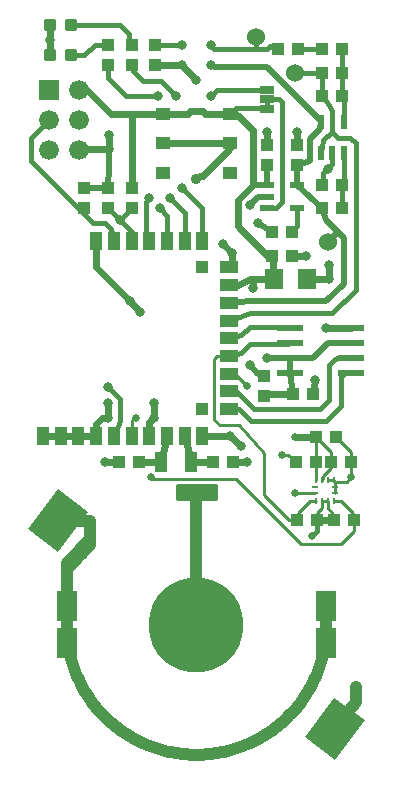
<source format=gbr>
G75*
%MOIN*%
%OFA0B0*%
%FSLAX25Y25*%
%IPPOS*%
%LPD*%
%AMOC8*
5,1,8,0,0,1.08239X$1,22.5*
%
%ADD10C,0.01181*%
%ADD11R,0.04331X0.03937*%
%ADD12R,0.07000X0.10000*%
%ADD13C,0.31496*%
%ADD14R,0.06299X0.07087*%
%ADD15R,0.03937X0.04331*%
%ADD16R,0.04724X0.02165*%
%ADD17R,0.04331X0.06693*%
%ADD18R,0.05000X0.02500*%
%ADD19C,0.01600*%
%ADD20R,0.03937X0.05906*%
%ADD21R,0.05906X0.03937*%
%ADD22R,0.03937X0.03937*%
%ADD23R,0.02165X0.04724*%
%ADD24C,0.03150*%
%ADD25R,0.06600X0.06600*%
%ADD26C,0.06600*%
%ADD27C,0.06000*%
%ADD28R,0.12598X0.16535*%
%ADD29R,0.08661X0.02362*%
%ADD30R,0.04528X0.03937*%
%ADD31R,0.00984X0.01969*%
%ADD32R,0.01969X0.00984*%
%ADD33C,0.04000*%
%ADD34C,0.03169*%
%ADD35C,0.02400*%
%ADD36C,0.02000*%
%ADD37C,0.01000*%
%ADD38C,0.02578*%
%ADD39C,0.03562*%
D10*
X0011705Y0239567D02*
X0011705Y0236811D01*
X0008949Y0236811D01*
X0008949Y0239567D01*
X0011705Y0239567D01*
X0011705Y0237991D02*
X0008949Y0237991D01*
X0008949Y0239171D02*
X0011705Y0239171D01*
X0018610Y0239567D02*
X0018610Y0236811D01*
X0015854Y0236811D01*
X0015854Y0239567D01*
X0018610Y0239567D01*
X0018610Y0237991D02*
X0015854Y0237991D01*
X0015854Y0239171D02*
X0018610Y0239171D01*
X0011705Y0249409D02*
X0011705Y0246653D01*
X0008949Y0246653D01*
X0008949Y0249409D01*
X0011705Y0249409D01*
X0011705Y0247833D02*
X0008949Y0247833D01*
X0008949Y0249013D02*
X0011705Y0249013D01*
X0018610Y0249409D02*
X0018610Y0246653D01*
X0015854Y0246653D01*
X0015854Y0249409D01*
X0018610Y0249409D01*
X0018610Y0247833D02*
X0015854Y0247833D01*
X0015854Y0249013D02*
X0018610Y0249013D01*
D11*
X0029528Y0241535D03*
X0029528Y0234843D03*
X0037402Y0241535D03*
X0037402Y0234843D03*
X0107677Y0232283D03*
X0100984Y0232283D03*
X0091142Y0125000D03*
X0097835Y0125000D03*
X0039764Y0102362D03*
X0033071Y0102362D03*
X0064567Y0102362D03*
X0071260Y0102362D03*
X0084252Y0179134D03*
X0090945Y0179134D03*
X0086220Y0240157D03*
X0092913Y0240157D03*
X0021654Y0187106D03*
X0021654Y0193799D03*
X0084252Y0171260D03*
X0090945Y0171260D03*
X0037402Y0187106D03*
X0037402Y0193799D03*
X0103937Y0102362D03*
X0110630Y0102362D03*
X0099016Y0110728D03*
X0105709Y0110728D03*
X0098819Y0102362D03*
X0092126Y0102362D03*
D12*
X0015748Y0054331D03*
X0102362Y0054331D03*
X0015748Y0042126D03*
X0102362Y0042126D03*
D13*
X0059055Y0048228D03*
D14*
X0085039Y0163386D03*
X0096063Y0163386D03*
D15*
X0082677Y0201378D03*
X0082677Y0208071D03*
X0092520Y0201378D03*
X0092520Y0208071D03*
X0100984Y0187008D03*
X0107677Y0187008D03*
X0045276Y0234843D03*
X0045276Y0241535D03*
X0100984Y0194882D03*
X0107677Y0194882D03*
X0107677Y0240157D03*
X0100984Y0240157D03*
X0107677Y0224409D03*
X0100984Y0224409D03*
X0029528Y0193799D03*
X0029528Y0187106D03*
X0081693Y0124606D03*
X0081693Y0131299D03*
X0104921Y0083169D03*
X0111614Y0083169D03*
X0099311Y0083169D03*
X0092618Y0083169D03*
D16*
X0082480Y0194685D03*
X0082480Y0190945D03*
X0082480Y0187205D03*
X0092717Y0187205D03*
X0092717Y0194685D03*
D17*
X0057087Y0102362D03*
X0047244Y0102362D03*
D18*
X0082677Y0226625D03*
X0082677Y0223425D03*
X0082677Y0220225D03*
D19*
X0082677Y0220925D02*
X0082677Y0223425D01*
X0052791Y0094608D02*
X0065319Y0094608D01*
X0065319Y0090432D01*
X0052791Y0090432D01*
X0052791Y0094608D01*
X0052791Y0091115D02*
X0065319Y0091115D01*
X0065319Y0092714D02*
X0052791Y0092714D01*
X0052791Y0094312D02*
X0065319Y0094312D01*
X0069882Y0167323D02*
X0070866Y0169291D01*
X0104331Y0205512D02*
X0104331Y0201772D01*
X0102854Y0200295D01*
X0101378Y0198819D01*
X0101378Y0196850D01*
X0100984Y0194882D01*
X0082677Y0220225D02*
X0080709Y0220472D01*
X0070177Y0218504D02*
X0072146Y0220472D01*
X0080709Y0220472D01*
X0099311Y0083169D02*
X0099311Y0079626D01*
X0097441Y0077756D01*
X0069882Y0137795D02*
X0073819Y0138780D01*
X0076772Y0141732D01*
X0090157Y0142264D02*
X0089626Y0141732D01*
X0076772Y0141732D01*
X0100984Y0224409D02*
X0100984Y0232283D01*
X0069882Y0149606D02*
X0076772Y0152067D01*
X0104331Y0152067D01*
X0112205Y0159941D01*
X0112205Y0208661D01*
X0100984Y0224409D02*
X0103346Y0221457D01*
X0104331Y0219488D01*
X0104331Y0212598D01*
X0101378Y0209646D01*
X0100591Y0205512D01*
X0112205Y0208661D02*
X0110236Y0210630D01*
X0106299Y0210630D01*
X0104331Y0212598D01*
X0100984Y0232283D02*
X0092028Y0232283D01*
X0037402Y0241535D02*
X0036417Y0243602D01*
X0036417Y0245079D01*
X0033465Y0248031D01*
X0017232Y0248031D01*
X0017232Y0238189D02*
X0021654Y0238189D01*
X0025098Y0241634D01*
X0027067Y0241634D01*
X0029528Y0241535D01*
X0087598Y0222441D02*
X0087598Y0188976D01*
X0082480Y0187205D02*
X0085630Y0187008D01*
X0087598Y0188976D01*
X0087598Y0222441D02*
X0086614Y0223425D01*
X0082677Y0223425D01*
X0029528Y0127461D02*
X0033465Y0123524D01*
X0063976Y0224409D02*
X0065945Y0226378D01*
X0079724Y0226378D01*
X0082677Y0226625D01*
X0033465Y0123524D02*
X0033465Y0116142D01*
X0031496Y0111220D01*
X0069882Y0143701D02*
X0073819Y0144685D01*
X0076772Y0147638D01*
X0084646Y0147638D01*
X0085630Y0147638D01*
X0084646Y0147638D02*
X0089783Y0147638D01*
X0090157Y0147264D01*
X0072343Y0125984D02*
X0078248Y0120079D01*
X0103346Y0123031D02*
X0103346Y0134843D01*
X0104577Y0136073D01*
X0105315Y0136811D01*
X0103346Y0123031D02*
X0100394Y0120079D01*
X0078248Y0120079D01*
X0072343Y0125984D02*
X0069882Y0125984D01*
X0104577Y0136073D02*
X0105768Y0137264D01*
X0110630Y0137264D01*
X0046752Y0187008D02*
X0049213Y0184547D01*
X0049213Y0176181D01*
X0009764Y0216535D02*
X0003937Y0210630D01*
X0003937Y0202756D01*
X0030512Y0180118D02*
X0031496Y0176181D01*
X0003937Y0202756D02*
X0019685Y0187008D01*
X0021654Y0187106D01*
X0024606Y0182087D02*
X0028543Y0182087D01*
X0030512Y0180118D01*
X0021654Y0187106D02*
X0021161Y0185531D01*
X0024606Y0182087D01*
X0043307Y0190453D02*
X0042323Y0188976D01*
X0042323Y0177657D01*
X0043307Y0176181D01*
X0033465Y0183071D02*
X0037402Y0179134D01*
X0037402Y0176181D01*
X0037402Y0187106D02*
X0033465Y0183071D01*
X0029528Y0187106D01*
X0092717Y0187205D02*
X0092520Y0186024D01*
X0092520Y0181102D01*
X0090945Y0179134D01*
X0054213Y0241535D02*
X0045276Y0241535D01*
X0108071Y0205512D02*
X0108268Y0202756D01*
X0108268Y0196850D01*
X0107677Y0194882D01*
X0107677Y0187008D01*
X0063898Y0241535D02*
X0064961Y0240157D01*
X0078740Y0240157D01*
X0082677Y0240157D01*
X0083661Y0241142D01*
X0086220Y0240157D01*
X0078740Y0240157D02*
X0078740Y0244094D01*
X0092913Y0240157D02*
X0100984Y0240157D01*
X0107677Y0240157D02*
X0107677Y0232283D01*
X0107677Y0224409D01*
X0108071Y0215748D02*
X0108268Y0216535D01*
X0108268Y0222441D01*
X0107677Y0224409D01*
X0055118Y0176181D02*
X0055118Y0185531D01*
X0050197Y0190453D01*
X0046260Y0224409D02*
X0035433Y0224409D01*
X0029528Y0230315D01*
X0029528Y0234843D01*
X0041339Y0229331D02*
X0047244Y0229331D01*
X0052165Y0224409D01*
X0061024Y0176181D02*
X0061024Y0187008D01*
X0054134Y0193898D01*
X0041339Y0229331D02*
X0037894Y0232776D01*
X0037402Y0234843D01*
X0073327Y0120079D02*
X0077264Y0116142D01*
X0107283Y0130906D02*
X0107283Y0121063D01*
X0102362Y0116142D01*
X0077264Y0116142D01*
X0073327Y0120079D02*
X0069882Y0120079D01*
X0110630Y0132264D02*
X0108642Y0132264D01*
X0107283Y0130906D01*
D20*
X0007874Y0111220D03*
X0013780Y0111220D03*
X0019685Y0111220D03*
X0025591Y0111220D03*
X0031496Y0111220D03*
X0037402Y0111220D03*
X0043307Y0111220D03*
X0049213Y0111220D03*
X0055118Y0111220D03*
X0061024Y0111220D03*
X0061024Y0176181D03*
X0055118Y0176181D03*
X0049213Y0176181D03*
X0043307Y0176181D03*
X0037402Y0176181D03*
X0031496Y0176181D03*
X0025591Y0176181D03*
D21*
X0069882Y0120079D03*
X0069882Y0125984D03*
X0069882Y0131890D03*
X0069882Y0137795D03*
X0069882Y0143701D03*
X0069882Y0149606D03*
X0069882Y0155512D03*
X0069882Y0161417D03*
X0069882Y0167323D03*
D22*
X0061024Y0120079D03*
X0061024Y0167323D03*
D23*
X0100591Y0205512D03*
X0104331Y0205512D03*
X0108071Y0205512D03*
X0108071Y0215748D03*
X0100591Y0215748D03*
D24*
X0063898Y0241535D03*
X0063898Y0234843D03*
X0054213Y0241535D03*
X0054213Y0234843D03*
D25*
X0009764Y0226535D03*
D26*
X0019764Y0226535D03*
X0009764Y0216535D03*
X0019764Y0216535D03*
X0009764Y0206535D03*
X0019764Y0206535D03*
D27*
X0078740Y0244094D03*
X0092028Y0232283D03*
X0102854Y0175689D03*
D28*
G36*
X0013047Y0072546D02*
X0002987Y0080128D01*
X0012937Y0093332D01*
X0022997Y0085750D01*
X0013047Y0072546D01*
G37*
G36*
X0105173Y0003124D02*
X0095113Y0010706D01*
X0105063Y0023910D01*
X0115123Y0016328D01*
X0105173Y0003124D01*
G37*
D29*
X0110630Y0137264D03*
X0090157Y0137264D03*
X0110630Y0132264D03*
X0110630Y0142264D03*
X0110630Y0147264D03*
X0090157Y0132264D03*
X0090157Y0142264D03*
X0090157Y0147264D03*
D30*
X0070177Y0198819D03*
X0070177Y0208661D03*
X0070177Y0218504D03*
X0047933Y0198819D03*
X0047933Y0208661D03*
X0047933Y0218504D03*
D31*
X0098917Y0089567D03*
X0100886Y0089567D03*
X0102854Y0089567D03*
X0104823Y0089567D03*
X0104823Y0096457D03*
X0102854Y0096457D03*
X0100886Y0096457D03*
X0098917Y0096457D03*
D32*
X0105315Y0092028D03*
X0098425Y0093996D03*
X0098425Y0092028D03*
X0105315Y0093996D03*
D33*
X0059055Y0092520D02*
X0059055Y0048228D01*
X0105118Y0013517D02*
X0112205Y0022638D01*
X0112205Y0027559D01*
X0015748Y0068898D02*
X0023622Y0076772D01*
X0023622Y0074803D01*
X0015748Y0066929D01*
X0015748Y0068898D01*
X0015748Y0067975D02*
X0016794Y0067975D01*
X0018824Y0071973D02*
X0020792Y0071973D01*
X0022822Y0075972D02*
X0023622Y0075972D01*
X0015748Y0054331D02*
X0015748Y0048228D01*
X0015761Y0047182D01*
X0015799Y0046136D01*
X0015862Y0045091D01*
X0015950Y0044048D01*
X0016064Y0043008D01*
X0016202Y0041971D01*
X0016366Y0040937D01*
X0016555Y0039908D01*
X0016768Y0038883D01*
X0017006Y0037864D01*
X0017269Y0036851D01*
X0017556Y0035845D01*
X0017868Y0034845D01*
X0018203Y0033854D01*
X0018562Y0032871D01*
X0018945Y0031897D01*
X0019351Y0030933D01*
X0019781Y0029978D01*
X0020233Y0029035D01*
X0020709Y0028102D01*
X0021206Y0027182D01*
X0021726Y0026273D01*
X0022267Y0025377D01*
X0022830Y0024495D01*
X0023414Y0023627D01*
X0024019Y0022773D01*
X0024644Y0021934D01*
X0025290Y0021110D01*
X0025955Y0020302D01*
X0026639Y0019510D01*
X0027343Y0018735D01*
X0028065Y0017978D01*
X0028805Y0017238D01*
X0029562Y0016516D01*
X0030337Y0015812D01*
X0031129Y0015128D01*
X0031937Y0014463D01*
X0032761Y0013817D01*
X0033600Y0013192D01*
X0034454Y0012587D01*
X0035322Y0012003D01*
X0036204Y0011440D01*
X0037100Y0010899D01*
X0038009Y0010379D01*
X0038929Y0009882D01*
X0039862Y0009406D01*
X0040805Y0008954D01*
X0041760Y0008524D01*
X0042724Y0008118D01*
X0043698Y0007735D01*
X0044681Y0007376D01*
X0045672Y0007041D01*
X0046672Y0006729D01*
X0047678Y0006442D01*
X0048691Y0006179D01*
X0049710Y0005941D01*
X0050735Y0005728D01*
X0051764Y0005539D01*
X0052798Y0005375D01*
X0053835Y0005237D01*
X0054875Y0005123D01*
X0055918Y0005035D01*
X0056963Y0004972D01*
X0058009Y0004934D01*
X0059055Y0004921D01*
X0060101Y0004934D01*
X0061147Y0004972D01*
X0062192Y0005035D01*
X0063235Y0005123D01*
X0064275Y0005237D01*
X0065312Y0005375D01*
X0066346Y0005539D01*
X0067375Y0005728D01*
X0068400Y0005941D01*
X0069419Y0006179D01*
X0070432Y0006442D01*
X0071438Y0006729D01*
X0072438Y0007041D01*
X0073429Y0007376D01*
X0074412Y0007735D01*
X0075386Y0008118D01*
X0076350Y0008524D01*
X0077305Y0008954D01*
X0078248Y0009406D01*
X0079181Y0009882D01*
X0080101Y0010379D01*
X0081010Y0010899D01*
X0081906Y0011440D01*
X0082788Y0012003D01*
X0083656Y0012587D01*
X0084510Y0013192D01*
X0085349Y0013817D01*
X0086173Y0014463D01*
X0086981Y0015128D01*
X0087773Y0015812D01*
X0088548Y0016516D01*
X0089305Y0017238D01*
X0090045Y0017978D01*
X0090767Y0018735D01*
X0091471Y0019510D01*
X0092155Y0020302D01*
X0092820Y0021110D01*
X0093466Y0021934D01*
X0094091Y0022773D01*
X0094696Y0023627D01*
X0095280Y0024495D01*
X0095843Y0025377D01*
X0096384Y0026273D01*
X0096904Y0027182D01*
X0097401Y0028102D01*
X0097877Y0029035D01*
X0098329Y0029978D01*
X0098759Y0030933D01*
X0099165Y0031897D01*
X0099548Y0032871D01*
X0099907Y0033854D01*
X0100242Y0034845D01*
X0100554Y0035845D01*
X0100841Y0036851D01*
X0101104Y0037864D01*
X0101342Y0038883D01*
X0101555Y0039908D01*
X0101744Y0040937D01*
X0101908Y0041971D01*
X0102046Y0043008D01*
X0102160Y0044048D01*
X0102248Y0045091D01*
X0102311Y0046136D01*
X0102349Y0047182D01*
X0102362Y0048228D01*
X0102362Y0054331D01*
X0102362Y0048228D02*
X0102362Y0042126D01*
X0015748Y0054331D02*
X0015748Y0067913D01*
X0015748Y0067914D02*
X0015810Y0067916D01*
X0015871Y0067922D01*
X0015932Y0067931D01*
X0015993Y0067945D01*
X0016052Y0067962D01*
X0016110Y0067983D01*
X0016167Y0068008D01*
X0016222Y0068036D01*
X0016275Y0068067D01*
X0016326Y0068102D01*
X0016375Y0068140D01*
X0016422Y0068181D01*
X0016465Y0068224D01*
X0016506Y0068271D01*
X0016544Y0068320D01*
X0016579Y0068371D01*
X0016610Y0068424D01*
X0016638Y0068479D01*
X0016663Y0068536D01*
X0016684Y0068594D01*
X0016701Y0068653D01*
X0016715Y0068714D01*
X0016724Y0068775D01*
X0016730Y0068836D01*
X0016732Y0068898D01*
X0015748Y0054331D02*
X0015748Y0042126D01*
X0015748Y0067913D02*
X0016732Y0068898D01*
X0012992Y0082939D02*
X0023622Y0082677D01*
X0023622Y0076772D01*
D34*
X0059055Y0092520D03*
X0063231Y0092520D03*
X0054879Y0092520D03*
X0028543Y0102362D03*
X0075787Y0102362D03*
X0067913Y0175197D03*
X0070866Y0172244D03*
X0029528Y0122047D03*
X0029528Y0117126D03*
X0040354Y0152559D03*
X0059055Y0229823D03*
X0036909Y0156004D03*
X0010335Y0243110D03*
X0044783Y0122047D03*
X0044783Y0117126D03*
X0073819Y0107776D03*
X0070374Y0111220D03*
X0102854Y0200295D03*
X0082677Y0212598D03*
X0092520Y0212598D03*
X0112205Y0027559D03*
X0112205Y0022638D03*
X0076772Y0187992D03*
X0079724Y0182087D03*
X0095472Y0171260D03*
X0103346Y0163386D03*
X0103346Y0168307D03*
X0098425Y0129921D03*
X0076772Y0134843D03*
X0030020Y0206693D03*
X0030020Y0211614D03*
X0102362Y0147146D03*
X0082677Y0137303D03*
X0077756Y0160433D03*
X0063976Y0224409D03*
X0029528Y0127461D03*
X0016732Y0068898D03*
X0019685Y0071850D03*
X0022638Y0074803D03*
X0046752Y0187008D03*
X0043307Y0190453D03*
X0033465Y0183071D03*
X0046260Y0224409D03*
X0050197Y0190453D03*
X0052165Y0224409D03*
X0054134Y0193898D03*
D35*
X0033071Y0102362D02*
X0028543Y0102362D01*
X0043307Y0111220D02*
X0043307Y0115650D01*
X0044783Y0117126D01*
X0044783Y0122047D01*
X0071260Y0102362D02*
X0075787Y0102362D01*
X0025591Y0111220D02*
X0019685Y0111220D01*
X0007874Y0111220D02*
X0013780Y0111220D01*
X0019685Y0111220D01*
X0070866Y0169291D02*
X0070866Y0172244D01*
X0067913Y0175197D01*
X0025591Y0111220D02*
X0025591Y0115157D01*
X0027559Y0117126D01*
X0029528Y0117126D01*
X0029528Y0122047D01*
X0025591Y0176181D02*
X0025591Y0167323D01*
X0036909Y0156004D01*
X0040354Y0152559D01*
X0059055Y0229823D02*
X0054213Y0234843D01*
X0045276Y0234843D01*
X0010327Y0248031D02*
X0010327Y0243110D01*
X0010327Y0238189D01*
X0010335Y0243110D02*
X0010327Y0243110D01*
X0061024Y0111220D02*
X0070374Y0111220D01*
X0073819Y0107776D01*
X0082677Y0208071D02*
X0082677Y0212598D01*
X0092520Y0212598D02*
X0092520Y0208071D01*
X0096063Y0163386D02*
X0103346Y0163386D01*
X0103346Y0168307D01*
X0095472Y0171260D02*
X0090945Y0171260D01*
X0098425Y0129921D02*
X0097835Y0125000D01*
X0030020Y0206693D02*
X0030020Y0211614D01*
X0019764Y0206535D02*
X0021654Y0206693D01*
X0030020Y0206693D01*
X0110630Y0147264D02*
X0110630Y0147146D01*
X0102362Y0147146D01*
X0072835Y0181102D02*
X0072835Y0189961D01*
X0077756Y0194882D02*
X0077756Y0213091D01*
X0022638Y0226378D02*
X0019764Y0226535D01*
X0037402Y0218504D02*
X0030512Y0218504D01*
X0022638Y0226378D01*
X0072835Y0189961D02*
X0077756Y0194882D01*
X0072835Y0181102D02*
X0082677Y0171260D01*
X0084252Y0171260D01*
X0084646Y0168307D01*
X0084646Y0163386D01*
X0085039Y0163386D01*
X0069882Y0161417D02*
X0072835Y0161417D01*
X0076772Y0163386D01*
X0077756Y0163386D01*
X0085039Y0163386D01*
X0077756Y0163386D02*
X0077756Y0160433D01*
X0091142Y0125000D02*
X0083169Y0125000D01*
X0081693Y0124606D01*
X0037402Y0193799D02*
X0037402Y0218504D01*
X0047933Y0218504D01*
X0070177Y0218504D02*
X0072343Y0218504D01*
X0077756Y0213091D01*
X0047933Y0218504D02*
X0056100Y0218504D01*
X0057037Y0219440D01*
X0061074Y0219440D01*
X0062010Y0218504D01*
X0070177Y0218504D01*
X0092028Y0110728D02*
X0099016Y0110728D01*
X0099311Y0083169D02*
X0104921Y0083169D01*
X0070177Y0208661D02*
X0047933Y0208661D01*
X0059055Y0196850D02*
X0060087Y0197883D01*
X0061074Y0197883D01*
X0070177Y0206986D01*
X0070177Y0208661D01*
X0049213Y0111220D02*
X0047244Y0102362D01*
X0039764Y0102362D01*
X0055118Y0111220D02*
X0057087Y0102362D01*
X0064567Y0102362D01*
D36*
X0082480Y0190945D02*
X0079724Y0190945D01*
X0076772Y0187992D01*
X0079724Y0182087D02*
X0084252Y0179134D01*
X0081693Y0131299D02*
X0079724Y0131890D01*
X0076772Y0134843D01*
X0030020Y0206693D02*
X0030020Y0200787D01*
X0029528Y0193799D01*
X0021654Y0193799D01*
X0082677Y0201378D02*
X0082480Y0194685D01*
X0077756Y0194882D01*
X0091142Y0125000D02*
X0090157Y0132264D01*
X0090157Y0137264D01*
X0082677Y0137303D01*
X0090157Y0137264D02*
X0097894Y0137264D01*
X0102854Y0142224D01*
X0110591Y0142224D01*
X0110630Y0142264D01*
X0100394Y0216535D02*
X0082677Y0234252D01*
X0064961Y0234252D01*
X0063898Y0234843D01*
X0108268Y0177165D02*
X0108268Y0161909D01*
X0102362Y0156004D01*
X0076772Y0156004D01*
X0069882Y0155512D01*
X0096949Y0202756D02*
X0096949Y0210138D01*
X0092717Y0194685D02*
X0100984Y0187008D01*
X0102362Y0183071D01*
X0106299Y0179134D01*
X0108268Y0177165D01*
X0092717Y0194685D02*
X0092520Y0201378D01*
X0096949Y0202756D01*
X0096949Y0210138D02*
X0100394Y0213583D01*
X0100394Y0216535D02*
X0100591Y0215748D01*
X0100394Y0213583D01*
X0106299Y0179134D02*
X0102854Y0175689D01*
D37*
X0102854Y0096457D02*
X0104823Y0096457D01*
X0105315Y0093996D02*
X0105315Y0092028D01*
X0104823Y0096457D02*
X0105315Y0095965D01*
X0105315Y0093996D01*
X0105709Y0110728D02*
X0110630Y0105807D01*
X0110630Y0102362D01*
X0110630Y0097343D01*
X0109252Y0095965D02*
X0105315Y0095965D01*
X0092126Y0102362D02*
X0089665Y0104823D01*
X0087598Y0104823D01*
X0109252Y0095965D02*
X0110630Y0097343D01*
X0102854Y0089567D02*
X0100886Y0089567D01*
X0099311Y0083169D02*
X0099311Y0085531D01*
X0100886Y0087106D01*
X0100886Y0089567D01*
X0102854Y0089567D02*
X0102854Y0087106D01*
X0104331Y0085630D01*
X0104331Y0083268D01*
X0104921Y0083169D01*
X0098819Y0102362D02*
X0098819Y0096555D01*
X0098917Y0096457D01*
X0100886Y0096457D02*
X0101254Y0096825D01*
X0103937Y0102362D02*
X0103937Y0100571D01*
X0101254Y0097889D01*
X0101254Y0096825D01*
X0098819Y0102362D02*
X0098819Y0110531D01*
X0099016Y0110728D01*
X0103937Y0102362D02*
X0103937Y0105807D01*
X0099016Y0110728D01*
X0069882Y0137795D02*
X0065945Y0137795D01*
X0064961Y0136811D01*
X0064961Y0116634D01*
X0066929Y0114665D01*
X0073327Y0114665D01*
X0081693Y0105315D01*
X0098917Y0089567D02*
X0096949Y0089567D01*
X0093012Y0085630D01*
X0093012Y0083563D01*
X0092618Y0083169D01*
X0081693Y0091535D02*
X0090059Y0083169D01*
X0092618Y0083169D01*
X0093012Y0083563D01*
X0081693Y0091535D02*
X0081693Y0105315D01*
X0038878Y0117126D02*
X0038386Y0117126D01*
X0037402Y0116142D01*
X0037402Y0111220D01*
X0104823Y0089567D02*
X0107283Y0089567D01*
X0111220Y0085630D01*
X0111220Y0083268D01*
X0111614Y0083169D01*
X0110119Y0083169D01*
X0111614Y0083169D02*
X0111614Y0079626D01*
X0043891Y0097532D02*
X0044474Y0096949D01*
X0072343Y0096949D01*
X0107283Y0075295D02*
X0093996Y0075295D01*
X0072343Y0096949D01*
X0107283Y0075295D02*
X0111614Y0079626D01*
X0098425Y0092028D02*
X0092028Y0092028D01*
X0069882Y0131890D02*
X0071850Y0131890D01*
X0075787Y0127953D01*
D38*
X0087598Y0104823D03*
X0110630Y0097343D03*
X0092028Y0110728D03*
X0097441Y0077756D03*
X0043891Y0097532D03*
X0038878Y0117126D03*
X0092028Y0092028D03*
X0075787Y0127953D03*
D39*
X0059055Y0196850D03*
M02*

</source>
